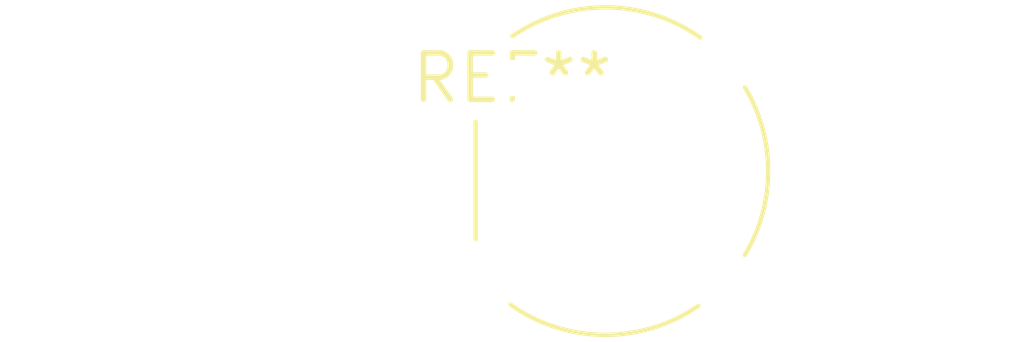
<source format=kicad_pcb>
(kicad_pcb (version 20240108) (generator pcbnew)
  (layers (0 "F.Cu" signal) (31 "B.Cu" signal) (34 "B.Paste" user) (35 "F.Paste" user) (36 "B.SilkS" user "B.Silkscreen") (37 "F.SilkS" user "F.Silkscreen") (38 "B.Mask" user) (39 "F.Mask" user) (44 "Edge.Cuts" user))
  (net 0 "")
  (footprint "Diode_Bridge_Round_D8.9mm" (layer "F.Cu") (at 0 0)
    (property "Reference" "REF**")
    (property "Value" "Diode_Bridge_Round_D8.9mm")
    (fp_line (start -1 1.2) (end -1 4.4) (layer "F.SilkS") (stroke (width 0.12)))
    (fp_arc (start 0 -1.143) (mid 2.571836 -1.933821) (end 5.132157 -1.106479) (layer "F.SilkS") (stroke (width 0.12)))
    (fp_arc (start 5.08 6.223) (mid 2.508164 7.013821) (end -0.052157 6.186479) (layer "F.SilkS") (stroke (width 0.12)))
    (fp_arc (start 6.35 0.254) (mid 6.983184 2.54281) (end 6.347105 4.830818) (layer "F.SilkS") (stroke (width 0.12)))
    (pad "1" thru_hole rect (at 0 0) (size 2 2) (drill 1) (layers *.Cu *.Mask) (remove_unused_layers))
    (pad "2" thru_hole oval (at 0 5.08) (size 2 2) (drill 1) (layers *.Cu *.Mask) (remove_unused_layers))
    (pad "3" thru_hole oval (at 5.08 5.08) (size 2 2) (drill 1) (layers *.Cu *.Mask) (remove_unused_layers))
    (pad "4" thru_hole oval (at 5.08 0) (size 2 2) (drill 1) (layers *.Cu *.Mask) (remove_unused_layers))
  )
)
</source>
